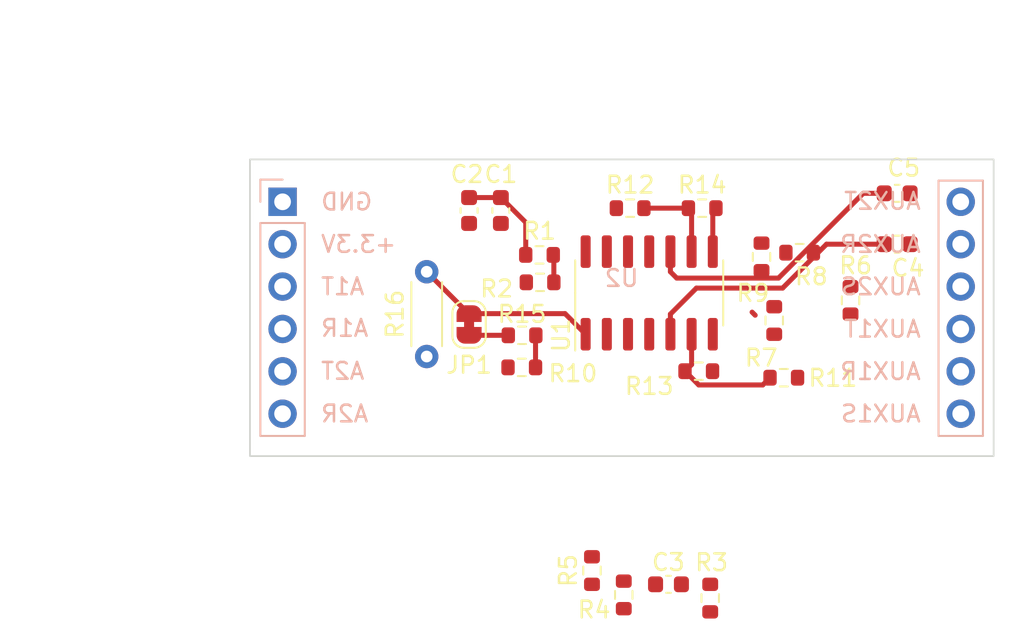
<source format=kicad_pcb>
(kicad_pcb (version 20211014) (generator pcbnew)
  (layers (0 "F.Cu" signal) (31 "B.Cu" signal) (34 "B.Paste" user) (35 "F.Paste" user) (36 "B.SilkS" user "B.Silkscreen") (37 "F.SilkS" user "F.Silkscreen") (38 "B.Mask" user) (39 "F.Mask" user) (44 "Edge.Cuts" user))
  (net 0 "")
  (net 1 "GND")
  (net 2 "+3V3")
  (net 3 "/MIC_IN")
  (net 4 "Net-(C3-Pad2)")
  (net 5 "/LINE_IN_T")
  (net 6 "Net-(C4-Pad2)")
  (net 7 "/LINE_IN_R")
  (net 8 "Net-(C5-Pad2)")
  (net 9 "Net-(JP1-Pad1)")
  (net 10 "/MIC")
  (net 11 "Net-(R1-Pad2)")
  (net 12 "Net-(R10-Pad1)")
  (net 13 "Net-(R11-Pad1)")
  (net 14 "Net-(R12-Pad1)")
  (net 15 "/LINE_LEFT")
  (net 16 "/LINE_RIGHT")
  (net 17 "Net-(U1-Pad13)")
  (footprint "Resistor_SMD:R_0603_1608Metric" (layer "F.Cu") (at 196.342 93.472 90)
    (fp_text reference "R9" (at -2.170268 -0.513861) (layer "F.SilkS"))
    (fp_text value "100K")
    (fp_line (start -0.237258 0.5225) (end 0.237258 0.5225) (layer "F.SilkS") (width 0.12))
    (fp_line (start -0.237258 -0.5225) (end 0.237258 -0.5225) (layer "F.SilkS") (width 0.12))
    (pad "1" smd roundrect (at -0.825 0 90) (size 0.8 0.95) (layers "F.Cu" "F.Paste" "F.Mask") (net 8 "Net-(C5-Pad2)"))
    (pad "2" smd roundrect (at 0.825 0 90) (size 0.8 0.95) (layers "F.Cu" "F.Paste" "F.Mask") (net 1 "GND"))
  )
  (footprint "Resistor_SMD:R_0603_1608Metric" (layer "F.Cu") (at 188.468 90.551 180)
    (fp_text reference "R12" (at 0 1.397) (layer "F.SilkS"))
    (fp_text value "10K")
    (fp_line (start -0.237258 -0.5225) (end 0.237258 -0.5225) (layer "F.SilkS") (width 0.12))
    (fp_line (start -0.237258 0.5225) (end 0.237258 0.5225) (layer "F.SilkS") (width 0.12))
    (pad "1" smd roundrect (at -0.825 0 180) (size 0.8 0.95) (layers "F.Cu" "F.Paste" "F.Mask") (net 14 "Net-(R12-Pad1)"))
    (pad "2" smd roundrect (at 0.825 0 180) (size 0.8 0.95) (layers "F.Cu" "F.Paste" "F.Mask") (net 1 "GND"))
  )
  (footprint "Capacitor_SMD:C_0603_1608Metric" (layer "F.Cu") (at 190.767 113.093 180)
    (fp_text reference "C3" (at 0.00841 1.320722) (layer "F.SilkS"))
    (fp_text value "1uF")
    (fp_line (start -0.14058 -0.51) (end 0.14058 -0.51) (layer "F.SilkS") (width 0.12))
    (fp_line (start -0.14058 0.51) (end 0.14058 0.51) (layer "F.SilkS") (width 0.12))
    (pad "1" smd roundrect (at -0.775 0 180) (size 0.9 0.95) (layers "F.Cu" "F.Paste" "F.Mask") (net 3 "/MIC_IN"))
    (pad "2" smd roundrect (at 0.775 0 180) (size 0.9 0.95) (layers "F.Cu" "F.Paste" "F.Mask") (net 4 "Net-(C3-Pad2)"))
  )
  (footprint "Resistor_SMD:R_0603_1608Metric" (layer "F.Cu") (at 186.182 112.268 90)
    (fp_text reference "R5" (at 0 -1.43 90) (layer "F.SilkS"))
    (fp_text value "100K")
    (fp_line (start -0.237258 0.5225) (end 0.237258 0.5225) (layer "F.SilkS") (width 0.12))
    (fp_line (start -0.237258 -0.5225) (end 0.237258 -0.5225) (layer "F.SilkS") (width 0.12))
    (pad "1" smd roundrect (at -0.825 0 90) (size 0.8 0.95) (layers "F.Cu" "F.Paste" "F.Mask") (net 4 "Net-(C3-Pad2)"))
    (pad "2" smd roundrect (at 0.825 0 90) (size 0.8 0.95) (layers "F.Cu" "F.Paste" "F.Mask") (net 1 "GND"))
  )
  (footprint "Resistor_SMD:R_0603_1608Metric" (layer "F.Cu") (at 201.676 96.075 90)
    (fp_text reference "R6" (at 2.084732 0.306056) (layer "F.SilkS"))
    (fp_text value "100K")
    (fp_line (start -0.237258 0.5225) (end 0.237258 0.5225) (layer "F.SilkS") (width 0.12))
    (fp_line (start -0.237258 -0.5225) (end 0.237258 -0.5225) (layer "F.SilkS") (width 0.12))
    (pad "1" smd roundrect (at -0.825 0 90) (size 0.8 0.95) (layers "F.Cu" "F.Paste" "F.Mask") (net 2 "+3V3"))
    (pad "2" smd roundrect (at 0.825 0 90) (size 0.8 0.95) (layers "F.Cu" "F.Paste" "F.Mask") (net 6 "Net-(C4-Pad2)"))
  )
  (footprint "Capacitor_SMD:C_0603_1608Metric" (layer "F.Cu") (at 204.47 92.71 180)
    (fp_text reference "C4" (at -0.649 -1.43) (layer "F.SilkS"))
    (fp_text value "1uF")
    (fp_line (start -0.14058 -0.51) (end 0.14058 -0.51) (layer "F.SilkS") (width 0.12))
    (fp_line (start -0.14058 0.51) (end 0.14058 0.51) (layer "F.SilkS") (width 0.12))
    (pad "1" smd roundrect (at -0.775 0 180) (size 0.9 0.95) (layers "F.Cu" "F.Paste" "F.Mask") (net 7 "/LINE_IN_R"))
    (pad "2" smd roundrect (at 0.775 0 180) (size 0.9 0.95) (layers "F.Cu" "F.Paste" "F.Mask") (net 6 "Net-(C4-Pad2)"))
  )
  (footprint "SaawLib:SW-32MA_Header" (layer "F.Cu") (at 187.96 95.25)
    (fp_text reference "U2" (at 0 -0.5 unlocked) (layer "B.SilkS") (effects (justify mirror)))
    (fp_text value "SW-32MA")
    (fp_text user "A2T" (at -16.71625 5.063101 unlocked) (layer "B.SilkS") (effects (justify mirror)))
    (fp_text user "AUX1R" (at 15.510216 5.08 unlocked) (layer "B.SilkS") (effects (justify mirror)))
    (fp_text user "GND" (at -16.478155 -5.08 unlocked) (layer "B.SilkS") (effects (justify mirror)))
    (fp_text user "AUX1T" (at 15.629263 2.54 unlocked) (layer "B.SilkS") (effects (justify mirror)))
    (fp_text user "AUX2T" (at 15.629263 -5.123435 unlocked) (layer "B.SilkS") (effects (justify mirror)))
    (fp_text user "A1T" (at -16.71625 0 unlocked) (layer "B.SilkS") (effects (justify mirror)))
    (fp_text user "AUX1S" (at 15.534025 7.62 unlocked) (layer "B.SilkS") (effects (justify mirror)))
    (fp_text user "AUX2R" (at 15.510216 -2.54 unlocked) (layer "B.SilkS") (effects (justify mirror)))
    (fp_text user "A1R" (at -16.597202 2.492603 unlocked) (layer "B.SilkS") (effects (justify mirror)))
    (fp_text user "AUX2S" (at 15.534025 0 unlocked) (layer "B.SilkS") (effects (justify mirror)))
    (fp_text user "+3.3V" (at -15.763869 -2.54 unlocked) (layer "B.SilkS") (effects (justify mirror)))
    (fp_text user "A2R" (at -16.597202 7.62 unlocked) (layer "B.SilkS") (effects (justify mirror)))
    (fp_line (start 18.99 -6.35) (end 18.99 8.95) (layer "B.SilkS") (width 0.12))
    (fp_line (start 21.65 -6.35) (end 18.99 -6.35) (layer "B.SilkS") (width 0.12))
    (fp_line (start -18.99 8.95) (end -21.65 8.95) (layer "B.SilkS") (width 0.12))
    (fp_line (start 21.65 8.95) (end 18.99 8.95) (layer "B.SilkS") (width 0.12))
    (fp_line (start 21.65 -6.35) (end 21.65 8.95) (layer "B.SilkS") (width 0.12))
    (fp_line (start -20.32 -6.41) (end -21.65 -6.41) (layer "B.SilkS") (width 0.12))
    (fp_line (start -18.99 -3.81) (end -21.65 -3.81) (layer "B.SilkS") (width 0.12))
    (fp_line (start -21.65 -3.81) (end -21.65 8.95) (layer "B.SilkS") (width 0.12))
    (fp_line (start -18.99 -3.81) (end -18.99 8.95) (layer "B.SilkS") (width 0.12))
    (fp_line (start -21.65 -6.41) (end -21.65 -5.08) (layer "B.SilkS") (width 0.12))
    (pad "1" thru_hole rect (at -20.32 -5.08) (size 1.7 1.7) (drill 1) (layers *.Cu *.Mask) (net 1 "GND"))
    (pad "2" thru_hole oval (at -20.32 -2.54) (size 1.7 1.7) (drill 1) (layers *.Cu *.Mask) (net 2 "+3V3"))
    (pad "3" thru_hole oval (at -20.32 0) (size 1.7 1.7) (drill 1) (layers *.Cu *.Mask) (net 10 "/MIC"))
    (pad "4" thru_hole oval (at -20.32 2.54) (size 1.7 1.7) (drill 1) (layers *.Cu *.Mask))
    (pad "5" thru_hole oval (at -20.32 5.08) (size 1.7 1.7) (drill 1) (layers *.Cu *.Mask) (net 15 "/LINE_LEFT"))
    (pad "6" thru_hole oval (at -20.32 7.62) (size 1.7 1.7) (drill 1) (layers *.Cu *.Mask) (net 16 "/LINE_RIGHT"))
    (pad "7" thru_hole oval (at 20.32 7.62) (size 1.7 1.7) (drill 1) (layers *.Cu *.Mask) (net 1 "GND"))
    (pad "8" thru_hole oval (at 20.32 5.08) (size 1.7 1.7) (drill 1) (layers *.Cu *.Mask))
    (pad "9" thru_hole oval (at 20.32 2.54) (size 1.7 1.7) (drill 1) (layers *.Cu *.Mask) (net 3 "/MIC_IN"))
    (pad "10" thru_hole oval (at 20.32 0) (size 1.7 1.7) (drill 1) (layers *.Cu *.Mask) (net 1 "GND"))
    (pad "11" thru_hole oval (at 20.32 -2.54) (size 1.7 1.7) (drill 1) (layers *.Cu *.Mask) (net 7 "/LINE_IN_R"))
    (pad "12" thru_hole oval (at 20.32 -5.08) (size 1.7 1.7) (drill 1) (layers *.Cu *.Mask) (net 5 "/LINE_IN_T"))
  )
  (footprint "Resistor_SMD:R_0603_1608Metric" (layer "F.Cu") (at 188.087 113.728 90)
    (fp_text reference "R4" (at -0.889 -1.778 180) (layer "F.SilkS"))
    (fp_text value "100K")
    (fp_line (start -0.237258 0.5225) (end 0.237258 0.5225) (layer "F.SilkS") (width 0.12))
    (fp_line (start -0.237258 -0.5225) (end 0.237258 -0.5225) (layer "F.SilkS") (width 0.12))
    (pad "1" smd roundrect (at -0.825 0 90) (size 0.8 0.95) (layers "F.Cu" "F.Paste" "F.Mask") (net 2 "+3V3"))
    (pad "2" smd roundrect (at 0.825 0 90) (size 0.8 0.95) (layers "F.Cu" "F.Paste" "F.Mask") (net 4 "Net-(C3-Pad2)"))
  )
  (footprint "Resistor_SMD:R_0603_1608Metric" (layer "F.Cu") (at 197.104 97.282 -90)
    (fp_text reference "R7" (at 2.238803 0.780297 180) (layer "F.SilkS"))
    (fp_text value "100K")
    (fp_line (start -0.237258 0.5225) (end 0.237258 0.5225) (layer "F.SilkS") (width 0.12))
    (fp_line (start -0.237258 -0.5225) (end 0.237258 -0.5225) (layer "F.SilkS") (width 0.12))
    (pad "1" smd roundrect (at -0.825 0 270) (size 0.8 0.95) (layers "F.Cu" "F.Paste" "F.Mask") (net 6 "Net-(C4-Pad2)"))
    (pad "2" smd roundrect (at 0.825 0 270) (size 0.8 0.95) (layers "F.Cu" "F.Paste" "F.Mask") (net 1 "GND"))
  )
  (footprint "Resistor_SMD:R_0603_1608Metric" (layer "F.Cu") (at 183.072 94.996 180)
    (fp_text reference "R2" (at 2.604 -0.381) (layer "F.SilkS"))
    (fp_text value "100K")
    (fp_line (start -0.237258 0.5225) (end 0.237258 0.5225) (layer "F.SilkS") (width 0.12))
    (fp_line (start -0.237258 -0.5225) (end 0.237258 -0.5225) (layer "F.SilkS") (width 0.12))
    (pad "1" smd roundrect (at -0.825 0 180) (size 0.8 0.95) (layers "F.Cu" "F.Paste" "F.Mask") (net 11 "Net-(R1-Pad2)"))
    (pad "2" smd roundrect (at 0.825 0 180) (size 0.8 0.95) (layers "F.Cu" "F.Paste" "F.Mask") (net 1 "GND"))
  )
  (footprint "Capacitor_SMD:C_0603_1608Metric" (layer "F.Cu") (at 204.47 89.662 180)
    (fp_text reference "C5" (at -0.395 1.524) (layer "F.SilkS"))
    (fp_text value "1uF")
    (fp_line (start -0.14058 0.51) (end 0.14058 0.51) (layer "F.SilkS") (width 0.12))
    (fp_line (start -0.14058 -0.51) (end 0.14058 -0.51) (layer "F.SilkS") (width 0.12))
    (pad "1" smd roundrect (at -0.775 0 180) (size 0.9 0.95) (layers "F.Cu" "F.Paste" "F.Mask") (net 5 "/LINE_IN_T"))
    (pad "2" smd roundrect (at 0.775 0 180) (size 0.9 0.95) (layers "F.Cu" "F.Paste" "F.Mask") (net 8 "Net-(C5-Pad2)"))
  )
  (footprint "Resistor_SMD:R_0603_1608Metric" (layer "F.Cu") (at 183.037 93.351)
    (fp_text reference "R1" (at 0 -1.43) (layer "F.SilkS"))
    (fp_text value "100K")
    (fp_line (start -0.237258 0.5225) (end 0.237258 0.5225) (layer "F.SilkS") (width 0.12))
    (fp_line (start -0.237258 -0.5225) (end 0.237258 -0.5225) (layer "F.SilkS") (width 0.12))
    (pad "1" smd roundrect (at -0.825 0) (size 0.8 0.95) (layers "F.Cu" "F.Paste" "F.Mask") (net 2 "+3V3"))
    (pad "2" smd roundrect (at 0.825 0) (size 0.8 0.95) (layers "F.Cu" "F.Paste" "F.Mask") (net 11 "Net-(R1-Pad2)"))
  )
  (footprint "Capacitor_SMD:C_0603_1608Metric" (layer "F.Cu") (at 178.817 90.691 90)
    (fp_text reference "C2" (at 2.172 -0.127 180) (layer "F.SilkS"))
    (fp_text value "1uF")
    (fp_line (start -0.14058 -0.51) (end 0.14058 -0.51) (layer "F.SilkS") (width 0.12))
    (fp_line (start -0.14058 0.51) (end 0.14058 0.51) (layer "F.SilkS") (width 0.12))
    (pad "1" smd roundrect (at -0.775 0 90) (size 0.9 0.95) (layers "F.Cu" "F.Paste" "F.Mask") (net 1 "GND"))
    (pad "2" smd roundrect (at 0.775 0 90) (size 0.9 0.95) (layers "F.Cu" "F.Paste" "F.Mask") (net 2 "+3V3"))
  )
  (footprint "Resistor_SMD:R_0603_1608Metric" (layer "F.Cu") (at 193.267 113.918 90)
    (fp_text reference "R3" (at 2.133612 0.083288 180) (layer "F.SilkS"))
    (fp_text value "2.2K")
    (fp_line (start -0.237258 -0.5225) (end 0.237258 -0.5225) (layer "F.SilkS") (width 0.12))
    (fp_line (start -0.237258 0.5225) (end 0.237258 0.5225) (layer "F.SilkS") (width 0.12))
    (pad "1" smd roundrect (at -0.825 0 90) (size 0.8 0.95) (layers "F.Cu" "F.Paste" "F.Mask") (net 2 "+3V3"))
    (pad "2" smd roundrect (at 0.825 0 90) (size 0.8 0.95) (layers "F.Cu" "F.Paste" "F.Mask") (net 3 "/MIC_IN"))
  )
  (footprint "Resistor_SMD:R_0603_1608Metric" (layer "F.Cu") (at 181.992454 98.171 180)
    (fp_text reference "R15" (at 0.000454 1.27) (layer "F.SilkS"))
    (fp_text value "100K")
    (fp_line (start -0.237258 0.5225) (end 0.237258 0.5225) (layer "F.SilkS") (width 0.12))
    (fp_line (start -0.237258 -0.5225) (end 0.237258 -0.5225) (layer "F.SilkS") (width 0.12))
    (pad "1" smd roundrect (at -0.825 0 180) (size 0.8 0.95) (layers "F.Cu" "F.Paste" "F.Mask") (net 12 "Net-(R10-Pad1)"))
    (pad "2" smd roundrect (at 0.825 0 180) (size 0.8 0.95) (layers "F.Cu" "F.Paste" "F.Mask") (net 9 "Net-(JP1-Pad1)"))
  )
  (footprint "Resistor_SMD:R_0603_1608Metric" (layer "F.Cu") (at 192.581651 100.321021)
    (fp_text reference "R13" (at -2.969651 0.897979) (layer "F.SilkS"))
    (fp_text value "2K")
    (fp_line (start -0.237258 -0.5225) (end 0.237258 -0.5225) (layer "F.SilkS") (width 0.12))
    (fp_line (start -0.237258 0.5225) (end 0.237258 0.5225) (layer "F.SilkS") (width 0.12))
    (pad "1" smd roundrect (at -0.825 0) (size 0.8 0.95) (layers "F.Cu" "F.Paste" "F.Mask") (net 13 "Net-(R11-Pad1)"))
    (pad "2" smd roundrect (at 0.825 0) (size 0.8 0.95) (layers "F.Cu" "F.Paste" "F.Mask") (net 16 "/LINE_RIGHT"))
  )
  (footprint "Resistor_SMD:R_0603_1608Metric" (layer "F.Cu") (at 181.975295 100.092553 180)
    (fp_text reference "R10" (at -3.064705 -0.364447) (layer "F.SilkS"))
    (fp_text value "1K")
    (fp_line (start -0.237258 0.5225) (end 0.237258 0.5225) (layer "F.SilkS") (width 0.12))
    (fp_line (start -0.237258 -0.5225) (end 0.237258 -0.5225) (layer "F.SilkS") (width 0.12))
    (pad "1" smd roundrect (at -0.825 0 180) (size 0.8 0.95) (layers "F.Cu" "F.Paste" "F.Mask") (net 12 "Net-(R10-Pad1)"))
    (pad "2" smd roundrect (at 0.825 0 180) (size 0.8 0.95) (layers "F.Cu" "F.Paste" "F.Mask") (net 1 "GND"))
  )
  (footprint "Resistor_SMD:R_0603_1608Metric" (layer "F.Cu") (at 192.786 90.551)
    (fp_text reference "R14" (at 0 -1.397 180) (layer "F.SilkS"))
    (fp_text value "2K")
    (fp_line (start -0.237258 0.5225) (end 0.237258 0.5225) (layer "F.SilkS") (width 0.12))
    (fp_line (start -0.237258 -0.5225) (end 0.237258 -0.5225) (layer "F.SilkS") (width 0.12))
    (pad "1" smd roundrect (at -0.825 0) (size 0.8 0.95) (layers "F.Cu" "F.Paste" "F.Mask") (net 14 "Net-(R12-Pad1)"))
    (pad "2" smd roundrect (at 0.825 0) (size 0.8 0.95) (layers "F.Cu" "F.Paste" "F.Mask") (net 15 "/LINE_LEFT"))
  )
  (footprint "Resistor_SMD:R_0603_1608Metric" (layer "F.Cu") (at 197.677 100.711)
    (fp_text reference "R11" (at 2.942426 0.021226) (layer "F.SilkS"))
    (fp_text value "10K")
    (fp_line (start -0.237258 -0.5225) (end 0.237258 -0.5225) (layer "F.SilkS") (width 0.12))
    (fp_line (start -0.237258 0.5225) (end 0.237258 0.5225) (layer "F.SilkS") (width 0.12))
    (pad "1" smd roundrect (at -0.825 0) (size 0.8 0.95) (layers "F.Cu" "F.Paste" "F.Mask") (net 13 "Net-(R11-Pad1)"))
    (pad "2" smd roundrect (at 0.825 0) (size 0.8 0.95) (layers "F.Cu" "F.Paste" "F.Mask") (net 1 "GND"))
  )
  (footprint "Resistor_SMD:R_0603_1608Metric" (layer "F.Cu") (at 198.628 93.218 180)
    (fp_text reference "R8" (at -0.699 -1.43) (layer "F.SilkS"))
    (fp_text value "100K")
    (fp_line (start -0.237258 -0.5225) (end 0.237258 -0.5225) (layer "F.SilkS") (width 0.12))
    (fp_line (start -0.237258 0.5225) (end 0.237258 0.5225) (layer "F.SilkS") (width 0.12))
    (pad "1" smd roundrect (at -0.825 0 180) (size 0.8 0.95) (layers "F.Cu" "F.Paste" "F.Mask") (net 2 "+3V3"))
    (pad "2" smd roundrect (at 0.825 0 180) (size 0.8 0.95) (layers "F.Cu" "F.Paste" "F.Mask") (net 8 "Net-(C5-Pad2)"))
  )
  (footprint "Jumper:SolderJumper-2_P1.3mm_Bridged_RoundedPad1.0x1.5mm" (layer "F.Cu") (at 178.817 97.521 90)
    (fp_text reference "JP1" (at -2.428 0 180) (layer "F.SilkS"))
    (fp_text value "SolderJumper_2_Bridged")
    (fp_poly (pts (xy 0.25 -0.3) (xy -0.25 -0.3) (xy -0.25 0.3) (xy 0.25 0.3)) (layer "F.Cu") (width 0) (fill solid))
    (fp_line (start -1.4 0.3) (end -1.4 -0.3) (layer "F.SilkS") (width 0.12))
    (fp_line (start 0.7 1) (end -0.7 1) (layer "F.SilkS") (width 0.12))
    (fp_line (start 1.4 -0.3) (end 1.4 0.3) (layer "F.SilkS") (width 0.12))
    (fp_line (start -0.7 -1) (end 0.7 -1) (layer "F.SilkS") (width 0.12))
    (fp_arc (start -1.4 -0.3) (mid -1.194975 -0.794975) (end -0.7 -1) (layer "F.SilkS") (width 0.12))
    (fp_arc (start 0.7 -1) (mid 1.194975 -0.794975) (end 1.4 -0.3) (layer "F.SilkS") (width 0.12))
    (fp_arc (start -0.7 1) (mid -1.194975 0.794975) (end -1.4 0.3) (layer "F.SilkS") (width 0.12))
    (fp_arc (start 1.4 0.3) (mid 1.194975 0.794975) (end 0.7 1) (layer "F.SilkS") (width 0.12))
    (pad "1" smd custom (at -0.65 0 90) (size 1 0.5) (layers "F.Cu" "F.Mask") (net 9 "Net-(JP1-Pad1)") (options (clearance outline) (anchor rect)) (primitives (gr_circle (center 0 0.25) (end 0.5 0.25) (width 0) (fill yes)) (gr_circle (center 0 -0.25) (end 0.5 -0.25) (width 0) (fill yes)) (gr_poly (pts (xy 0.5 0.75) (xy 0 0.75) (xy 0 -0.75) (xy 0.5 -0.75)) (width 0) (fill yes))))
    (pad "2" smd custom (at 0.65 0 90) (size 1 0.5) (layers "F.Cu" "F.Mask") (net 10 "/MIC") (options (clearance outline) (anchor rect)) (primitives (gr_circle (center 0 0.25) (end 0.5 0.25) (width 0) (fill yes)) (gr_circle (center 0 -0.25) (end 0.5 -0.25) (width 0) (fill yes)) (gr_poly (pts (xy 0 0.75) (xy -0.5 0.75) (xy -0.5 -0.75) (xy 0 -0.75)) (width 0) (fill yes))))
  )
  (footprint "Capacitor_SMD:C_0603_1608Metric" (layer "F.Cu") (at 180.722 90.691 90)
    (fp_text reference "C1" (at 2.172 0 180) (layer "F.SilkS"))
    (fp_text value "100nF")
    (fp_line (start -0.14058 0.51) (end 0.14058 0.51) (layer "F.SilkS") (width 0.12))
    (fp_line (start -0.14058 -0.51) (end 0.14058 -0.51) (layer "F.SilkS") (width 0.12))
    (pad "1" smd roundrect (at -0.775 0 90) (size 0.9 0.95) (layers "F.Cu" "F.Paste" "F.Mask") (net 1 "GND"))
    (pad "2" smd roundrect (at 0.775 0 90) (size 0.9 0.95) (layers "F.Cu" "F.Paste" "F.Mask") (net 2 "+3V3"))
  )
  (footprint "Package_SO:SOIC-14_3.9x8.7mm_P1.27mm" (layer "F.Cu") (at 189.612 95.631 90)
    (fp_text reference "U1" (at -2.54 -5.28 90) (layer "F.SilkS"))
    (fp_text value "Opamp_Quad")
    (fp_line (start 0 -4.435) (end -3.45 -4.435) (layer "F.SilkS") (width 0.12))
    (fp_line (start 0 -4.435) (end 1.95 -4.435) (layer "F.SilkS") (width 0.12))
    (fp_line (start 0 4.435) (end 1.95 4.435) (layer "F.SilkS") (width 0.12))
    (fp_line (start 0 4.435) (end -1.95 4.435) (layer "F.SilkS") (width 0.12))
    (pad "1" smd roundrect (at -2.475 -3.81 90) (size 1.95 0.6) (layers "F.Cu" "F.Paste" "F.Mask") (net 10 "/MIC"))
    (pad "2" smd roundrect (at -2.475 -2.54 90) (size 1.95 0.6) (layers "F.Cu" "F.Paste" "F.Mask") (net 12 "Net-(R10-Pad1)"))
    (pad "3" smd roundrect (at -2.475 -1.27 90) (size 1.95 0.6) (layers "F.Cu" "F.Paste" "F.Mask") (net 4 "Net-(C3-Pad2)"))
    (pad "4" smd roundrect (at -2.475 0 90) (size 1.95 0.6) (layers "F.Cu" "F.Paste" "F.Mask") (net 2 "+3V3"))
    (pad "5" smd roundrect (at -2.475 1.27 90) (size 1.95 0.6) (layers "F.Cu" "F.Paste" "F.Mask") (net 6 "Net-(C4-Pad2)"))
    (pad "6" smd roundrect (at -2.475 2.54 90) (size 1.95 0.6) (layers "F.Cu" "F.Paste" "F.Mask") (net 13 "Net-(R11-Pad1)"))
    (pad "7" smd roundrect (at -2.475 3.81 90) (size 1.95 0.6) (layers "F.Cu" "F.Paste" "F.Mask") (net 16 "/LINE_RIGHT"))
    (pad "8" smd roundrect (at 2.475 3.81 90) (size 1.95 0.6) (layers "F.Cu" "F.Paste" "F.Mask") (net 15 "/LINE_LEFT"))
    (pad "9" smd roundrect (at 2.475 2.54 90) (size 1.95 0.6) (layers "F.Cu" "F.Paste" "F.Mask") (net 14 "Net-(R12-Pad1)"))
    (pad "10" smd roundrect (at 2.475 1.27 90) (size 1.95 0.6) (layers "F.Cu" "F.Paste" "F.Mask") (net 8 "Net-(C5-Pad2)"))
    (pad "11" smd roundrect (at 2.475 0 90) (size 1.95 0.6) (layers "F.Cu" "F.Paste" "F.Mask") (net 1 "GND"))
    (pad "12" smd roundrect (at 2.475 -1.27 90) (size 1.95 0.6) (layers "F.Cu" "F.Paste" "F.Mask") (net 11 "Net-(R1-Pad2)"))
    (pad "13" smd roundrect (at 2.475 -2.54 90) (size 1.95 0.6) (layers "F.Cu" "F.Paste" "F.Mask") (net 17 "Net-(U1-Pad13)"))
    (pad "14" smd roundrect (at 2.475 -3.81 90) (size 1.95 0.6) (layers "F.Cu" "F.Paste" "F.Mask") (net 17 "Net-(U1-Pad13)"))
  )
  (footprint "Resistor_THT:R_Axial_DIN0204_L3.6mm_D1.6mm_P5.08mm_Horizontal" (layer "F.Cu") (at 176.277 99.441 90)
    (fp_text reference "R16" (at 2.54 -1.905 90) (layer "F.SilkS"))
    (fp_text value "DNP")
    (fp_line (start 0.62 -0.92) (end 4.46 -0.92) (layer "F.SilkS") (width 0.12))
    (fp_line (start 0.62 0.92) (end 4.46 0.92) (layer "F.SilkS") (width 0.12))
    (pad "1" thru_hole circle (at 0 0 90) (size 1.4 1.4) (drill 0.7) (layers *.Cu *.Mask) (net 12 "Net-(R10-Pad1)"))
    (pad "2" thru_hole oval (at 5.08 0 90) (size 1.4 1.4) (drill 0.7) (layers *.Cu *.Mask) (net 10 "/MIC"))
  )
  (gr_rect (start 165.686431 87.63) (end 210.252487 105.41) (layer "Edge.Cuts") (width 0.1) (fill none))
  (segment (start 182.212 91.406) (end 180.722 89.916) (width 0.3) (layer "F.Cu") (net 2))
  (segment (start 182.212 93.351) (end 182.212 91.406) (width 0.3) (layer "F.Cu") (net 2))
  (segment (start 180.722 89.916) (end 178.817 89.916) (width 0.3) (layer "F.Cu") (net 2))
  (segment (start 195.962 96.966) (end 195.77748 96.78148) (width 0.3) (layer "F.Cu") (net 6))
  (segment (start 190.882 96.9) (end 190.882 98.106) (width 0.3) (layer "F.Cu") (net 6))
  (segment (start 192.440489 95.341511) (end 190.882 96.9) (width 0.3) (layer "F.Cu") (net 6))
  (segment (start 197.606325 95.341511) (end 192.440489 95.341511) (width 0.3) (layer "F.Cu") (net 6))
  (segment (start 203.695 92.71) (end 200.237836 92.71) (width 0.3) (layer "F.Cu") (net 6))
  (segment (start 200.237836 92.71) (end 197.606325 95.341511) (width 0.3) (layer "F.Cu") (net 6))
  (segment (start 190.882 94.362) (end 191.262 94.742) (width 0.3) (layer "F.Cu") (net 8))
  (segment (start 197.358 94.742) (end 202.438 89.662) (width 0.3) (layer "F.Cu") (net 8))
  (segment (start 202.438 89.662) (end 203.695 89.662) (width 0.3) (layer "F.Cu") (net 8))
  (segment (start 191.262 94.742) (end 197.358 94.742) (width 0.3) (layer "F.Cu") (net 8))
  (segment (start 190.882 93.156) (end 190.882 94.362) (width 0.3) (layer "F.Cu") (net 8))
  (segment (start 181.167454 98.171) (end 178.817 98.171) (width 0.3) (layer "F.Cu") (net 9))
  (segment (start 178.787 96.871) (end 176.277 94.361) (width 0.3) (layer "F.Cu") (net 10))
  (segment (start 178.817 96.871) (end 178.787 96.871) (width 0.3) (layer "F.Cu") (net 10))
  (segment (start 184.567 96.871) (end 178.817 96.871) (width 0.3) (layer "F.Cu") (net 10))
  (segment (start 185.802 98.106) (end 184.567 96.871) (width 0.3) (layer "F.Cu") (net 10))
  (segment (start 183.897 93.386) (end 183.862 93.351) (width 0.3) (layer "F.Cu") (net 11))
  (segment (start 183.897 94.996) (end 183.897 93.386) (width 0.3) (layer "F.Cu") (net 11))
  (segment (start 182.800295 100.092553) (end 182.800295 98.188159) (width 0.3) (layer "F.Cu") (net 12))
  (segment (start 182.800295 98.188159) (end 182.817454 98.171) (width 0.3) (layer "F.Cu") (net 12))
  (segment (start 191.756651 100.321021) (end 192.152 99.925672) (width 0.3) (layer "F.Cu") (net 13))
  (segment (start 192.581171 101.145541) (end 191.756651 100.321021) (width 0.3) (layer "F.Cu") (net 13))
  (segment (start 196.852 100.711) (end 196.417459 101.145541) (width 0.3) (layer "F.Cu") (net 13))
  (segment (start 196.417459 101.145541) (end 192.581171 101.145541) (width 0.3) (layer "F.Cu") (net 13))
  (segment (start 192.152 99.925672) (end 192.152 98.106) (width 0.3) (layer "F.Cu") (net 13))
  (segment (start 192.152 90.742) (end 191.961 90.551) (width 0.3) (layer "F.Cu") (net 14))
  (segment (start 189.293 90.551) (end 191.961 90.551) (width 0.3) (layer "F.Cu") (net 14))
  (segment (start 192.152 93.156) (end 192.152 90.742) (width 0.3) (layer "F.Cu") (net 14))
  (segment (start 193.611 90.551) (end 193.422 90.74) (width 0.3) (layer "F.Cu") (net 15))
  (segment (start 193.422 90.74) (end 193.422 93.156) (width 0.3) (layer "F.Cu") (net 15))
)
</source>
